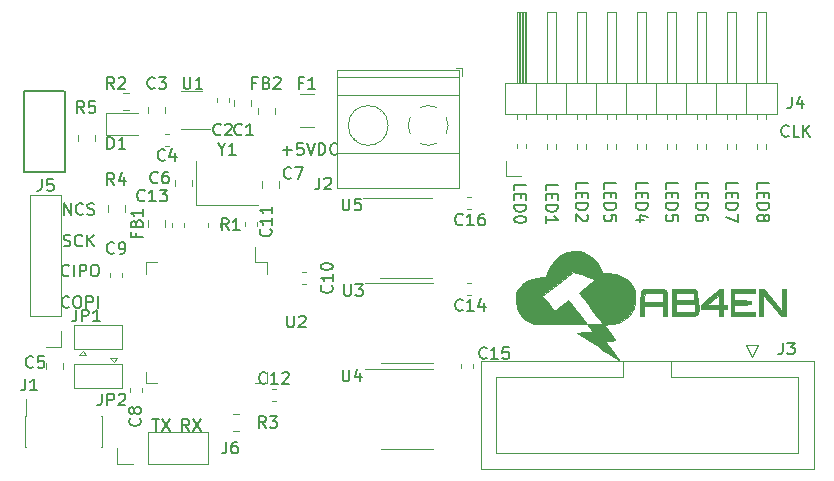
<source format=gbr>
%TF.GenerationSoftware,KiCad,Pcbnew,5.1.6-c6e7f7d~87~ubuntu20.04.1*%
%TF.CreationDate,2020-11-01T20:39:10-05:00*%
%TF.ProjectId,STM32 Driver v1,53544d33-3220-4447-9269-766572207631,rev?*%
%TF.SameCoordinates,Original*%
%TF.FileFunction,Legend,Top*%
%TF.FilePolarity,Positive*%
%FSLAX46Y46*%
G04 Gerber Fmt 4.6, Leading zero omitted, Abs format (unit mm)*
G04 Created by KiCad (PCBNEW 5.1.6-c6e7f7d~87~ubuntu20.04.1) date 2020-11-01 20:39:10*
%MOMM*%
%LPD*%
G01*
G04 APERTURE LIST*
%ADD10C,0.150000*%
%ADD11C,0.120000*%
%ADD12C,0.010000*%
G04 APERTURE END LIST*
D10*
X156043333Y-132024380D02*
X155710000Y-131548190D01*
X155471904Y-132024380D02*
X155471904Y-131024380D01*
X155852857Y-131024380D01*
X155948095Y-131072000D01*
X155995714Y-131119619D01*
X156043333Y-131214857D01*
X156043333Y-131357714D01*
X155995714Y-131452952D01*
X155948095Y-131500571D01*
X155852857Y-131548190D01*
X155471904Y-131548190D01*
X156376666Y-131024380D02*
X157043333Y-132024380D01*
X157043333Y-131024380D02*
X156376666Y-132024380D01*
X152908095Y-131024380D02*
X153479523Y-131024380D01*
X153193809Y-132024380D02*
X153193809Y-131024380D01*
X153717619Y-131024380D02*
X154384285Y-132024380D01*
X154384285Y-131024380D02*
X153717619Y-132024380D01*
X145423095Y-113736380D02*
X145423095Y-112736380D01*
X145994523Y-113736380D01*
X145994523Y-112736380D01*
X147042142Y-113641142D02*
X146994523Y-113688761D01*
X146851666Y-113736380D01*
X146756428Y-113736380D01*
X146613571Y-113688761D01*
X146518333Y-113593523D01*
X146470714Y-113498285D01*
X146423095Y-113307809D01*
X146423095Y-113164952D01*
X146470714Y-112974476D01*
X146518333Y-112879238D01*
X146613571Y-112784000D01*
X146756428Y-112736380D01*
X146851666Y-112736380D01*
X146994523Y-112784000D01*
X147042142Y-112831619D01*
X147423095Y-113688761D02*
X147565952Y-113736380D01*
X147804047Y-113736380D01*
X147899285Y-113688761D01*
X147946904Y-113641142D01*
X147994523Y-113545904D01*
X147994523Y-113450666D01*
X147946904Y-113355428D01*
X147899285Y-113307809D01*
X147804047Y-113260190D01*
X147613571Y-113212571D01*
X147518333Y-113164952D01*
X147470714Y-113117333D01*
X147423095Y-113022095D01*
X147423095Y-112926857D01*
X147470714Y-112831619D01*
X147518333Y-112784000D01*
X147613571Y-112736380D01*
X147851666Y-112736380D01*
X147994523Y-112784000D01*
X145399285Y-116355761D02*
X145542142Y-116403380D01*
X145780238Y-116403380D01*
X145875476Y-116355761D01*
X145923095Y-116308142D01*
X145970714Y-116212904D01*
X145970714Y-116117666D01*
X145923095Y-116022428D01*
X145875476Y-115974809D01*
X145780238Y-115927190D01*
X145589761Y-115879571D01*
X145494523Y-115831952D01*
X145446904Y-115784333D01*
X145399285Y-115689095D01*
X145399285Y-115593857D01*
X145446904Y-115498619D01*
X145494523Y-115451000D01*
X145589761Y-115403380D01*
X145827857Y-115403380D01*
X145970714Y-115451000D01*
X146970714Y-116308142D02*
X146923095Y-116355761D01*
X146780238Y-116403380D01*
X146685000Y-116403380D01*
X146542142Y-116355761D01*
X146446904Y-116260523D01*
X146399285Y-116165285D01*
X146351666Y-115974809D01*
X146351666Y-115831952D01*
X146399285Y-115641476D01*
X146446904Y-115546238D01*
X146542142Y-115451000D01*
X146685000Y-115403380D01*
X146780238Y-115403380D01*
X146923095Y-115451000D01*
X146970714Y-115498619D01*
X147399285Y-116403380D02*
X147399285Y-115403380D01*
X147970714Y-116403380D02*
X147542142Y-115831952D01*
X147970714Y-115403380D02*
X147399285Y-115974809D01*
X145859619Y-118848142D02*
X145812000Y-118895761D01*
X145669142Y-118943380D01*
X145573904Y-118943380D01*
X145431047Y-118895761D01*
X145335809Y-118800523D01*
X145288190Y-118705285D01*
X145240571Y-118514809D01*
X145240571Y-118371952D01*
X145288190Y-118181476D01*
X145335809Y-118086238D01*
X145431047Y-117991000D01*
X145573904Y-117943380D01*
X145669142Y-117943380D01*
X145812000Y-117991000D01*
X145859619Y-118038619D01*
X146288190Y-118943380D02*
X146288190Y-117943380D01*
X146764380Y-118943380D02*
X146764380Y-117943380D01*
X147145333Y-117943380D01*
X147240571Y-117991000D01*
X147288190Y-118038619D01*
X147335809Y-118133857D01*
X147335809Y-118276714D01*
X147288190Y-118371952D01*
X147240571Y-118419571D01*
X147145333Y-118467190D01*
X146764380Y-118467190D01*
X147954857Y-117943380D02*
X148145333Y-117943380D01*
X148240571Y-117991000D01*
X148335809Y-118086238D01*
X148383428Y-118276714D01*
X148383428Y-118610047D01*
X148335809Y-118800523D01*
X148240571Y-118895761D01*
X148145333Y-118943380D01*
X147954857Y-118943380D01*
X147859619Y-118895761D01*
X147764380Y-118800523D01*
X147716761Y-118610047D01*
X147716761Y-118276714D01*
X147764380Y-118086238D01*
X147859619Y-117991000D01*
X147954857Y-117943380D01*
X145859619Y-121515142D02*
X145812000Y-121562761D01*
X145669142Y-121610380D01*
X145573904Y-121610380D01*
X145431047Y-121562761D01*
X145335809Y-121467523D01*
X145288190Y-121372285D01*
X145240571Y-121181809D01*
X145240571Y-121038952D01*
X145288190Y-120848476D01*
X145335809Y-120753238D01*
X145431047Y-120658000D01*
X145573904Y-120610380D01*
X145669142Y-120610380D01*
X145812000Y-120658000D01*
X145859619Y-120705619D01*
X146478666Y-120610380D02*
X146669142Y-120610380D01*
X146764380Y-120658000D01*
X146859619Y-120753238D01*
X146907238Y-120943714D01*
X146907238Y-121277047D01*
X146859619Y-121467523D01*
X146764380Y-121562761D01*
X146669142Y-121610380D01*
X146478666Y-121610380D01*
X146383428Y-121562761D01*
X146288190Y-121467523D01*
X146240571Y-121277047D01*
X146240571Y-120943714D01*
X146288190Y-120753238D01*
X146383428Y-120658000D01*
X146478666Y-120610380D01*
X147335809Y-121610380D02*
X147335809Y-120610380D01*
X147716761Y-120610380D01*
X147812000Y-120658000D01*
X147859619Y-120705619D01*
X147907238Y-120800857D01*
X147907238Y-120943714D01*
X147859619Y-121038952D01*
X147812000Y-121086571D01*
X147716761Y-121134190D01*
X147335809Y-121134190D01*
X148335809Y-121610380D02*
X148335809Y-120610380D01*
X163957285Y-108275428D02*
X164719190Y-108275428D01*
X164338238Y-108656380D02*
X164338238Y-107894476D01*
X165671571Y-107656380D02*
X165195380Y-107656380D01*
X165147761Y-108132571D01*
X165195380Y-108084952D01*
X165290619Y-108037333D01*
X165528714Y-108037333D01*
X165623952Y-108084952D01*
X165671571Y-108132571D01*
X165719190Y-108227809D01*
X165719190Y-108465904D01*
X165671571Y-108561142D01*
X165623952Y-108608761D01*
X165528714Y-108656380D01*
X165290619Y-108656380D01*
X165195380Y-108608761D01*
X165147761Y-108561142D01*
X166004904Y-107656380D02*
X166338238Y-108656380D01*
X166671571Y-107656380D01*
X167004904Y-108656380D02*
X167004904Y-107656380D01*
X167243000Y-107656380D01*
X167385857Y-107704000D01*
X167481095Y-107799238D01*
X167528714Y-107894476D01*
X167576333Y-108084952D01*
X167576333Y-108227809D01*
X167528714Y-108418285D01*
X167481095Y-108513523D01*
X167385857Y-108608761D01*
X167243000Y-108656380D01*
X167004904Y-108656380D01*
X168576333Y-108561142D02*
X168528714Y-108608761D01*
X168385857Y-108656380D01*
X168290619Y-108656380D01*
X168147761Y-108608761D01*
X168052523Y-108513523D01*
X168004904Y-108418285D01*
X167957285Y-108227809D01*
X167957285Y-108084952D01*
X168004904Y-107894476D01*
X168052523Y-107799238D01*
X168147761Y-107704000D01*
X168290619Y-107656380D01*
X168385857Y-107656380D01*
X168528714Y-107704000D01*
X168576333Y-107751619D01*
X204144619Y-111529952D02*
X204144619Y-111053761D01*
X205144619Y-111053761D01*
X204668428Y-111863285D02*
X204668428Y-112196619D01*
X204144619Y-112339476D02*
X204144619Y-111863285D01*
X205144619Y-111863285D01*
X205144619Y-112339476D01*
X204144619Y-112768047D02*
X205144619Y-112768047D01*
X205144619Y-113006142D01*
X205097000Y-113149000D01*
X205001761Y-113244238D01*
X204906523Y-113291857D01*
X204716047Y-113339476D01*
X204573190Y-113339476D01*
X204382714Y-113291857D01*
X204287476Y-113244238D01*
X204192238Y-113149000D01*
X204144619Y-113006142D01*
X204144619Y-112768047D01*
X204716047Y-113910904D02*
X204763666Y-113815666D01*
X204811285Y-113768047D01*
X204906523Y-113720428D01*
X204954142Y-113720428D01*
X205049380Y-113768047D01*
X205097000Y-113815666D01*
X205144619Y-113910904D01*
X205144619Y-114101380D01*
X205097000Y-114196619D01*
X205049380Y-114244238D01*
X204954142Y-114291857D01*
X204906523Y-114291857D01*
X204811285Y-114244238D01*
X204763666Y-114196619D01*
X204716047Y-114101380D01*
X204716047Y-113910904D01*
X204668428Y-113815666D01*
X204620809Y-113768047D01*
X204525571Y-113720428D01*
X204335095Y-113720428D01*
X204239857Y-113768047D01*
X204192238Y-113815666D01*
X204144619Y-113910904D01*
X204144619Y-114101380D01*
X204192238Y-114196619D01*
X204239857Y-114244238D01*
X204335095Y-114291857D01*
X204525571Y-114291857D01*
X204620809Y-114244238D01*
X204668428Y-114196619D01*
X204716047Y-114101380D01*
X201477619Y-111529952D02*
X201477619Y-111053761D01*
X202477619Y-111053761D01*
X202001428Y-111863285D02*
X202001428Y-112196619D01*
X201477619Y-112339476D02*
X201477619Y-111863285D01*
X202477619Y-111863285D01*
X202477619Y-112339476D01*
X201477619Y-112768047D02*
X202477619Y-112768047D01*
X202477619Y-113006142D01*
X202430000Y-113149000D01*
X202334761Y-113244238D01*
X202239523Y-113291857D01*
X202049047Y-113339476D01*
X201906190Y-113339476D01*
X201715714Y-113291857D01*
X201620476Y-113244238D01*
X201525238Y-113149000D01*
X201477619Y-113006142D01*
X201477619Y-112768047D01*
X202477619Y-113672809D02*
X202477619Y-114339476D01*
X201477619Y-113910904D01*
X198937619Y-111529952D02*
X198937619Y-111053761D01*
X199937619Y-111053761D01*
X199461428Y-111863285D02*
X199461428Y-112196619D01*
X198937619Y-112339476D02*
X198937619Y-111863285D01*
X199937619Y-111863285D01*
X199937619Y-112339476D01*
X198937619Y-112768047D02*
X199937619Y-112768047D01*
X199937619Y-113006142D01*
X199890000Y-113149000D01*
X199794761Y-113244238D01*
X199699523Y-113291857D01*
X199509047Y-113339476D01*
X199366190Y-113339476D01*
X199175714Y-113291857D01*
X199080476Y-113244238D01*
X198985238Y-113149000D01*
X198937619Y-113006142D01*
X198937619Y-112768047D01*
X199937619Y-114196619D02*
X199937619Y-114006142D01*
X199890000Y-113910904D01*
X199842380Y-113863285D01*
X199699523Y-113768047D01*
X199509047Y-113720428D01*
X199128095Y-113720428D01*
X199032857Y-113768047D01*
X198985238Y-113815666D01*
X198937619Y-113910904D01*
X198937619Y-114101380D01*
X198985238Y-114196619D01*
X199032857Y-114244238D01*
X199128095Y-114291857D01*
X199366190Y-114291857D01*
X199461428Y-114244238D01*
X199509047Y-114196619D01*
X199556666Y-114101380D01*
X199556666Y-113910904D01*
X199509047Y-113815666D01*
X199461428Y-113768047D01*
X199366190Y-113720428D01*
X196397619Y-111529952D02*
X196397619Y-111053761D01*
X197397619Y-111053761D01*
X196921428Y-111863285D02*
X196921428Y-112196619D01*
X196397619Y-112339476D02*
X196397619Y-111863285D01*
X197397619Y-111863285D01*
X197397619Y-112339476D01*
X196397619Y-112768047D02*
X197397619Y-112768047D01*
X197397619Y-113006142D01*
X197350000Y-113149000D01*
X197254761Y-113244238D01*
X197159523Y-113291857D01*
X196969047Y-113339476D01*
X196826190Y-113339476D01*
X196635714Y-113291857D01*
X196540476Y-113244238D01*
X196445238Y-113149000D01*
X196397619Y-113006142D01*
X196397619Y-112768047D01*
X197397619Y-114244238D02*
X197397619Y-113768047D01*
X196921428Y-113720428D01*
X196969047Y-113768047D01*
X197016666Y-113863285D01*
X197016666Y-114101380D01*
X196969047Y-114196619D01*
X196921428Y-114244238D01*
X196826190Y-114291857D01*
X196588095Y-114291857D01*
X196492857Y-114244238D01*
X196445238Y-114196619D01*
X196397619Y-114101380D01*
X196397619Y-113863285D01*
X196445238Y-113768047D01*
X196492857Y-113720428D01*
X193857619Y-111529952D02*
X193857619Y-111053761D01*
X194857619Y-111053761D01*
X194381428Y-111863285D02*
X194381428Y-112196619D01*
X193857619Y-112339476D02*
X193857619Y-111863285D01*
X194857619Y-111863285D01*
X194857619Y-112339476D01*
X193857619Y-112768047D02*
X194857619Y-112768047D01*
X194857619Y-113006142D01*
X194810000Y-113149000D01*
X194714761Y-113244238D01*
X194619523Y-113291857D01*
X194429047Y-113339476D01*
X194286190Y-113339476D01*
X194095714Y-113291857D01*
X194000476Y-113244238D01*
X193905238Y-113149000D01*
X193857619Y-113006142D01*
X193857619Y-112768047D01*
X194524285Y-114196619D02*
X193857619Y-114196619D01*
X194905238Y-113958523D02*
X194190952Y-113720428D01*
X194190952Y-114339476D01*
X191190619Y-111529952D02*
X191190619Y-111053761D01*
X192190619Y-111053761D01*
X191714428Y-111863285D02*
X191714428Y-112196619D01*
X191190619Y-112339476D02*
X191190619Y-111863285D01*
X192190619Y-111863285D01*
X192190619Y-112339476D01*
X191190619Y-112768047D02*
X192190619Y-112768047D01*
X192190619Y-113006142D01*
X192143000Y-113149000D01*
X192047761Y-113244238D01*
X191952523Y-113291857D01*
X191762047Y-113339476D01*
X191619190Y-113339476D01*
X191428714Y-113291857D01*
X191333476Y-113244238D01*
X191238238Y-113149000D01*
X191190619Y-113006142D01*
X191190619Y-112768047D01*
X192190619Y-114244238D02*
X192190619Y-113768047D01*
X191714428Y-113720428D01*
X191762047Y-113768047D01*
X191809666Y-113863285D01*
X191809666Y-114101380D01*
X191762047Y-114196619D01*
X191714428Y-114244238D01*
X191619190Y-114291857D01*
X191381095Y-114291857D01*
X191285857Y-114244238D01*
X191238238Y-114196619D01*
X191190619Y-114101380D01*
X191190619Y-113863285D01*
X191238238Y-113768047D01*
X191285857Y-113720428D01*
X188777619Y-111529952D02*
X188777619Y-111053761D01*
X189777619Y-111053761D01*
X189301428Y-111863285D02*
X189301428Y-112196619D01*
X188777619Y-112339476D02*
X188777619Y-111863285D01*
X189777619Y-111863285D01*
X189777619Y-112339476D01*
X188777619Y-112768047D02*
X189777619Y-112768047D01*
X189777619Y-113006142D01*
X189730000Y-113149000D01*
X189634761Y-113244238D01*
X189539523Y-113291857D01*
X189349047Y-113339476D01*
X189206190Y-113339476D01*
X189015714Y-113291857D01*
X188920476Y-113244238D01*
X188825238Y-113149000D01*
X188777619Y-113006142D01*
X188777619Y-112768047D01*
X189682380Y-113720428D02*
X189730000Y-113768047D01*
X189777619Y-113863285D01*
X189777619Y-114101380D01*
X189730000Y-114196619D01*
X189682380Y-114244238D01*
X189587142Y-114291857D01*
X189491904Y-114291857D01*
X189349047Y-114244238D01*
X188777619Y-113672809D01*
X188777619Y-114291857D01*
X186237619Y-111656952D02*
X186237619Y-111180761D01*
X187237619Y-111180761D01*
X186761428Y-111990285D02*
X186761428Y-112323619D01*
X186237619Y-112466476D02*
X186237619Y-111990285D01*
X187237619Y-111990285D01*
X187237619Y-112466476D01*
X186237619Y-112895047D02*
X187237619Y-112895047D01*
X187237619Y-113133142D01*
X187190000Y-113276000D01*
X187094761Y-113371238D01*
X186999523Y-113418857D01*
X186809047Y-113466476D01*
X186666190Y-113466476D01*
X186475714Y-113418857D01*
X186380476Y-113371238D01*
X186285238Y-113276000D01*
X186237619Y-113133142D01*
X186237619Y-112895047D01*
X186237619Y-114418857D02*
X186237619Y-113847428D01*
X186237619Y-114133142D02*
X187237619Y-114133142D01*
X187094761Y-114037904D01*
X186999523Y-113942666D01*
X186951904Y-113847428D01*
X183570619Y-111656952D02*
X183570619Y-111180761D01*
X184570619Y-111180761D01*
X184094428Y-111990285D02*
X184094428Y-112323619D01*
X183570619Y-112466476D02*
X183570619Y-111990285D01*
X184570619Y-111990285D01*
X184570619Y-112466476D01*
X183570619Y-112895047D02*
X184570619Y-112895047D01*
X184570619Y-113133142D01*
X184523000Y-113276000D01*
X184427761Y-113371238D01*
X184332523Y-113418857D01*
X184142047Y-113466476D01*
X183999190Y-113466476D01*
X183808714Y-113418857D01*
X183713476Y-113371238D01*
X183618238Y-113276000D01*
X183570619Y-113133142D01*
X183570619Y-112895047D01*
X184570619Y-114085523D02*
X184570619Y-114180761D01*
X184523000Y-114276000D01*
X184475380Y-114323619D01*
X184380142Y-114371238D01*
X184189666Y-114418857D01*
X183951571Y-114418857D01*
X183761095Y-114371238D01*
X183665857Y-114323619D01*
X183618238Y-114276000D01*
X183570619Y-114180761D01*
X183570619Y-114085523D01*
X183618238Y-113990285D01*
X183665857Y-113942666D01*
X183761095Y-113895047D01*
X183951571Y-113847428D01*
X184189666Y-113847428D01*
X184380142Y-113895047D01*
X184475380Y-113942666D01*
X184523000Y-113990285D01*
X184570619Y-114085523D01*
X206795761Y-107037142D02*
X206748142Y-107084761D01*
X206605285Y-107132380D01*
X206510047Y-107132380D01*
X206367190Y-107084761D01*
X206271952Y-106989523D01*
X206224333Y-106894285D01*
X206176714Y-106703809D01*
X206176714Y-106560952D01*
X206224333Y-106370476D01*
X206271952Y-106275238D01*
X206367190Y-106180000D01*
X206510047Y-106132380D01*
X206605285Y-106132380D01*
X206748142Y-106180000D01*
X206795761Y-106227619D01*
X207700523Y-107132380D02*
X207224333Y-107132380D01*
X207224333Y-106132380D01*
X208033857Y-107132380D02*
X208033857Y-106132380D01*
X208605285Y-107132380D02*
X208176714Y-106560952D01*
X208605285Y-106132380D02*
X208033857Y-106703809D01*
%TO.C,SW1*%
X145514000Y-103280000D02*
X145514000Y-110080000D01*
X145514000Y-110080000D02*
X142014000Y-110080000D01*
X142014000Y-110080000D02*
X142014000Y-103280000D01*
X142014000Y-103280000D02*
X145464000Y-103280000D01*
D11*
%TO.C,R5*%
X148030000Y-107007922D02*
X148030000Y-107525078D01*
X146610000Y-107007922D02*
X146610000Y-107525078D01*
%TO.C,R4*%
X149150000Y-113464078D02*
X149150000Y-112946922D01*
X150570000Y-113464078D02*
X150570000Y-112946922D01*
D12*
%TO.C,G\u002A\u002A\u002A*%
G36*
X204503461Y-120015214D02*
G01*
X204696391Y-120027741D01*
X205438493Y-120918741D01*
X205631387Y-121149176D01*
X205807786Y-121357687D01*
X205960742Y-121536238D01*
X206083305Y-121676791D01*
X206168527Y-121771310D01*
X206209458Y-121811758D01*
X206211421Y-121812673D01*
X206220372Y-121774408D01*
X206228302Y-121665625D01*
X206234811Y-121498004D01*
X206239499Y-121283226D01*
X206241966Y-121032971D01*
X206242246Y-120911398D01*
X206242246Y-120007191D01*
X206571049Y-120007191D01*
X206571049Y-122308809D01*
X206172205Y-122308809D01*
X205416044Y-121399500D01*
X204659884Y-120490192D01*
X204648822Y-121399500D01*
X204637761Y-122308809D01*
X204310531Y-122308809D01*
X204310531Y-120002688D01*
X204503461Y-120015214D01*
G37*
X204503461Y-120015214D02*
X204696391Y-120027741D01*
X205438493Y-120918741D01*
X205631387Y-121149176D01*
X205807786Y-121357687D01*
X205960742Y-121536238D01*
X206083305Y-121676791D01*
X206168527Y-121771310D01*
X206209458Y-121811758D01*
X206211421Y-121812673D01*
X206220372Y-121774408D01*
X206228302Y-121665625D01*
X206234811Y-121498004D01*
X206239499Y-121283226D01*
X206241966Y-121032971D01*
X206242246Y-120911398D01*
X206242246Y-120007191D01*
X206571049Y-120007191D01*
X206571049Y-122308809D01*
X206172205Y-122308809D01*
X205416044Y-121399500D01*
X204659884Y-120490192D01*
X204648822Y-121399500D01*
X204637761Y-122308809D01*
X204310531Y-122308809D01*
X204310531Y-120002688D01*
X204503461Y-120015214D01*
G36*
X203940628Y-120334358D02*
G01*
X203067246Y-120345451D01*
X202193864Y-120356543D01*
X202193864Y-120973048D01*
X202902845Y-120984294D01*
X203611825Y-120995539D01*
X203611825Y-121320460D01*
X202902845Y-121331705D01*
X202193864Y-121342951D01*
X202193864Y-121959456D01*
X203067246Y-121970548D01*
X203940628Y-121981641D01*
X203940628Y-122308809D01*
X201885612Y-122308809D01*
X201885612Y-120007191D01*
X203940628Y-120007191D01*
X203940628Y-120334358D01*
G37*
X203940628Y-120334358D02*
X203067246Y-120345451D01*
X202193864Y-120356543D01*
X202193864Y-120973048D01*
X202902845Y-120984294D01*
X203611825Y-120995539D01*
X203611825Y-121320460D01*
X202902845Y-121331705D01*
X202193864Y-121342951D01*
X202193864Y-121959456D01*
X203067246Y-121970548D01*
X203940628Y-121981641D01*
X203940628Y-122308809D01*
X201885612Y-122308809D01*
X201885612Y-120007191D01*
X203940628Y-120007191D01*
X203940628Y-120334358D01*
G36*
X201228007Y-121404602D02*
G01*
X201556809Y-121404602D01*
X201556809Y-121733404D01*
X201228007Y-121733404D01*
X201228007Y-122308809D01*
X200899204Y-122308809D01*
X200899204Y-121733404D01*
X199378492Y-121733404D01*
X199378492Y-121380912D01*
X199400997Y-121360536D01*
X199924575Y-121360536D01*
X199945343Y-121390952D01*
X200022673Y-121403585D01*
X200155511Y-121405713D01*
X200342804Y-121404611D01*
X200357382Y-121404602D01*
X200583972Y-121402239D01*
X200739038Y-121394421D01*
X200833146Y-121380050D01*
X200876857Y-121358028D01*
X200881581Y-121350143D01*
X200889632Y-121286656D01*
X200893452Y-121163021D01*
X200892579Y-121001204D01*
X200890566Y-120922860D01*
X200878654Y-120550035D01*
X200428184Y-120915502D01*
X200212172Y-121089820D01*
X200056936Y-121217247D01*
X199961421Y-121305060D01*
X199924575Y-121360536D01*
X199400997Y-121360536D01*
X200137151Y-120694051D01*
X200373024Y-120481102D01*
X200556968Y-120317304D01*
X200697627Y-120196238D01*
X200803643Y-120111486D01*
X200883658Y-120056628D01*
X200946315Y-120025244D01*
X201000256Y-120010916D01*
X201054125Y-120007224D01*
X201061908Y-120007191D01*
X201228007Y-120007191D01*
X201228007Y-121404602D01*
G37*
X201228007Y-121404602D02*
X201556809Y-121404602D01*
X201556809Y-121733404D01*
X201228007Y-121733404D01*
X201228007Y-122308809D01*
X200899204Y-122308809D01*
X200899204Y-121733404D01*
X199378492Y-121733404D01*
X199378492Y-121380912D01*
X199400997Y-121360536D01*
X199924575Y-121360536D01*
X199945343Y-121390952D01*
X200022673Y-121403585D01*
X200155511Y-121405713D01*
X200342804Y-121404611D01*
X200357382Y-121404602D01*
X200583972Y-121402239D01*
X200739038Y-121394421D01*
X200833146Y-121380050D01*
X200876857Y-121358028D01*
X200881581Y-121350143D01*
X200889632Y-121286656D01*
X200893452Y-121163021D01*
X200892579Y-121001204D01*
X200890566Y-120922860D01*
X200878654Y-120550035D01*
X200428184Y-120915502D01*
X200212172Y-121089820D01*
X200056936Y-121217247D01*
X199961421Y-121305060D01*
X199924575Y-121360536D01*
X199400997Y-121360536D01*
X200137151Y-120694051D01*
X200373024Y-120481102D01*
X200556968Y-120317304D01*
X200697627Y-120196238D01*
X200803643Y-120111486D01*
X200883658Y-120056628D01*
X200946315Y-120025244D01*
X201000256Y-120010916D01*
X201054125Y-120007224D01*
X201061908Y-120007191D01*
X201228007Y-120007191D01*
X201228007Y-121404602D01*
G36*
X197877475Y-120015354D02*
G01*
X198842478Y-120027741D01*
X198956359Y-120141748D01*
X199007908Y-120197781D01*
X199041173Y-120254321D01*
X199060363Y-120330517D01*
X199069684Y-120445520D01*
X199073344Y-120618480D01*
X199073900Y-120676670D01*
X199080044Y-120866016D01*
X199093613Y-121030421D01*
X199112393Y-121147883D01*
X199125276Y-121186741D01*
X199150529Y-121279647D01*
X199165957Y-121428431D01*
X199171598Y-121607365D01*
X199167494Y-121790721D01*
X199153682Y-121952769D01*
X199130205Y-122067781D01*
X199123888Y-122083905D01*
X199088187Y-122150537D01*
X199042429Y-122202608D01*
X198976799Y-122241895D01*
X198881481Y-122270174D01*
X198746657Y-122289218D01*
X198562511Y-122300805D01*
X198319228Y-122306708D01*
X198006990Y-122308704D01*
X197880371Y-122308809D01*
X196912473Y-122308809D01*
X196912473Y-121628201D01*
X197241275Y-121628201D01*
X197244937Y-121777580D01*
X197254580Y-121893154D01*
X197268195Y-121951784D01*
X197269554Y-121953484D01*
X197317767Y-121961847D01*
X197434755Y-121968026D01*
X197607110Y-121971731D01*
X197821429Y-121972671D01*
X198060735Y-121970609D01*
X198823638Y-121959456D01*
X198835848Y-121654825D01*
X198837337Y-121474008D01*
X198823387Y-121364140D01*
X198794747Y-121316377D01*
X198737394Y-121305263D01*
X198614696Y-121296193D01*
X198443484Y-121289280D01*
X198240592Y-121284639D01*
X198022851Y-121282384D01*
X197807094Y-121282631D01*
X197610154Y-121285493D01*
X197448863Y-121291085D01*
X197340052Y-121299522D01*
X197306287Y-121306248D01*
X197270792Y-121338454D01*
X197250494Y-121412110D01*
X197242074Y-121543657D01*
X197241275Y-121628201D01*
X196912473Y-121628201D01*
X196912473Y-120954366D01*
X197237636Y-120954366D01*
X197989537Y-120943157D01*
X198741437Y-120931948D01*
X198741437Y-120356543D01*
X197261825Y-120356543D01*
X197249731Y-120655455D01*
X197237636Y-120954366D01*
X196912473Y-120954366D01*
X196912473Y-120002969D01*
X197877475Y-120015354D01*
G37*
X197877475Y-120015354D02*
X198842478Y-120027741D01*
X198956359Y-120141748D01*
X199007908Y-120197781D01*
X199041173Y-120254321D01*
X199060363Y-120330517D01*
X199069684Y-120445520D01*
X199073344Y-120618480D01*
X199073900Y-120676670D01*
X199080044Y-120866016D01*
X199093613Y-121030421D01*
X199112393Y-121147883D01*
X199125276Y-121186741D01*
X199150529Y-121279647D01*
X199165957Y-121428431D01*
X199171598Y-121607365D01*
X199167494Y-121790721D01*
X199153682Y-121952769D01*
X199130205Y-122067781D01*
X199123888Y-122083905D01*
X199088187Y-122150537D01*
X199042429Y-122202608D01*
X198976799Y-122241895D01*
X198881481Y-122270174D01*
X198746657Y-122289218D01*
X198562511Y-122300805D01*
X198319228Y-122306708D01*
X198006990Y-122308704D01*
X197880371Y-122308809D01*
X196912473Y-122308809D01*
X196912473Y-121628201D01*
X197241275Y-121628201D01*
X197244937Y-121777580D01*
X197254580Y-121893154D01*
X197268195Y-121951784D01*
X197269554Y-121953484D01*
X197317767Y-121961847D01*
X197434755Y-121968026D01*
X197607110Y-121971731D01*
X197821429Y-121972671D01*
X198060735Y-121970609D01*
X198823638Y-121959456D01*
X198835848Y-121654825D01*
X198837337Y-121474008D01*
X198823387Y-121364140D01*
X198794747Y-121316377D01*
X198737394Y-121305263D01*
X198614696Y-121296193D01*
X198443484Y-121289280D01*
X198240592Y-121284639D01*
X198022851Y-121282384D01*
X197807094Y-121282631D01*
X197610154Y-121285493D01*
X197448863Y-121291085D01*
X197340052Y-121299522D01*
X197306287Y-121306248D01*
X197270792Y-121338454D01*
X197250494Y-121412110D01*
X197242074Y-121543657D01*
X197241275Y-121628201D01*
X196912473Y-121628201D01*
X196912473Y-120954366D01*
X197237636Y-120954366D01*
X197989537Y-120943157D01*
X198741437Y-120931948D01*
X198741437Y-120356543D01*
X197261825Y-120356543D01*
X197249731Y-120655455D01*
X197237636Y-120954366D01*
X196912473Y-120954366D01*
X196912473Y-120002969D01*
X197877475Y-120015354D01*
G36*
X195912002Y-120015072D02*
G01*
X196099563Y-120024127D01*
X196220509Y-120039462D01*
X196262623Y-120051503D01*
X196332974Y-120083241D01*
X196387956Y-120119828D01*
X196429461Y-120171081D01*
X196459383Y-120246818D01*
X196479613Y-120356855D01*
X196492044Y-120511008D01*
X196498568Y-120719094D01*
X196501078Y-120990931D01*
X196501469Y-121290446D01*
X196501469Y-122308809D01*
X196172667Y-122308809D01*
X196172667Y-121486802D01*
X194569754Y-121486802D01*
X194569754Y-122308809D01*
X194236934Y-122308809D01*
X194249217Y-121282161D01*
X194250702Y-121158000D01*
X194566777Y-121158000D01*
X196175643Y-121158000D01*
X196163880Y-120757271D01*
X196152117Y-120356543D01*
X194590304Y-120356543D01*
X194578541Y-120757271D01*
X194566777Y-121158000D01*
X194250702Y-121158000D01*
X194261502Y-120255514D01*
X194375368Y-120141627D01*
X194489233Y-120027741D01*
X195316518Y-120015014D01*
X195652697Y-120012101D01*
X195912002Y-120015072D01*
G37*
X195912002Y-120015072D02*
X196099563Y-120024127D01*
X196220509Y-120039462D01*
X196262623Y-120051503D01*
X196332974Y-120083241D01*
X196387956Y-120119828D01*
X196429461Y-120171081D01*
X196459383Y-120246818D01*
X196479613Y-120356855D01*
X196492044Y-120511008D01*
X196498568Y-120719094D01*
X196501078Y-120990931D01*
X196501469Y-121290446D01*
X196501469Y-122308809D01*
X196172667Y-122308809D01*
X196172667Y-121486802D01*
X194569754Y-121486802D01*
X194569754Y-122308809D01*
X194236934Y-122308809D01*
X194249217Y-121282161D01*
X194250702Y-121158000D01*
X194566777Y-121158000D01*
X196175643Y-121158000D01*
X196163880Y-120757271D01*
X196152117Y-120356543D01*
X194590304Y-120356543D01*
X194578541Y-120757271D01*
X194566777Y-121158000D01*
X194250702Y-121158000D01*
X194261502Y-120255514D01*
X194375368Y-120141627D01*
X194489233Y-120027741D01*
X195316518Y-120015014D01*
X195652697Y-120012101D01*
X195912002Y-120015072D01*
G36*
X189074298Y-116838258D02*
G01*
X189405687Y-116894286D01*
X189584720Y-116949229D01*
X189995325Y-117193609D01*
X190387310Y-117551859D01*
X190709328Y-117971710D01*
X190850218Y-118237476D01*
X191050333Y-118699777D01*
X191516000Y-118701694D01*
X192147409Y-118770976D01*
X192710288Y-118964902D01*
X193180635Y-119270715D01*
X193534451Y-119675658D01*
X193616001Y-119817916D01*
X193754153Y-120218937D01*
X193820230Y-120697057D01*
X193811066Y-121181536D01*
X193723495Y-121601635D01*
X193698721Y-121666000D01*
X193394386Y-122179510D01*
X192970022Y-122582759D01*
X192444002Y-122863050D01*
X191834699Y-123007686D01*
X191744731Y-123016313D01*
X191156717Y-123063000D01*
X191632692Y-123670653D01*
X191842043Y-123942443D01*
X192004456Y-124161903D01*
X192096432Y-124296854D01*
X192108666Y-124322395D01*
X192032537Y-124352286D01*
X191838056Y-124380100D01*
X191689047Y-124392076D01*
X191269428Y-124417667D01*
X191865716Y-125207609D01*
X192096536Y-125518555D01*
X192280739Y-125776629D01*
X192399279Y-125954435D01*
X192433502Y-126024312D01*
X192358134Y-125987026D01*
X192160977Y-125868125D01*
X191861225Y-125679785D01*
X191478075Y-125434182D01*
X191030721Y-125143492D01*
X190627000Y-124878410D01*
X188849000Y-123705746D01*
X189549415Y-123680707D01*
X190249831Y-123655667D01*
X189725671Y-123020667D01*
X187509335Y-123018807D01*
X186831396Y-123017383D01*
X186300127Y-123013369D01*
X185892869Y-123005245D01*
X185586965Y-122991491D01*
X185359754Y-122970584D01*
X185188578Y-122941005D01*
X185050777Y-122901233D01*
X184923692Y-122849746D01*
X184912000Y-122844483D01*
X184398408Y-122528403D01*
X184016899Y-122113144D01*
X183775319Y-121614590D01*
X183681519Y-121048625D01*
X183725731Y-120575566D01*
X185923758Y-120575566D01*
X186074045Y-120764732D01*
X186319982Y-121067262D01*
X186562992Y-121354244D01*
X186777673Y-121596998D01*
X186938623Y-121766841D01*
X187020437Y-121835095D01*
X187022281Y-121835334D01*
X187107443Y-121784883D01*
X187286425Y-121651209D01*
X187524084Y-121460824D01*
X187580528Y-121414150D01*
X187825272Y-121214757D01*
X188017643Y-121065743D01*
X188123054Y-120993699D01*
X188131175Y-120990817D01*
X188195821Y-121053248D01*
X188344868Y-121226781D01*
X188559315Y-121488420D01*
X188820158Y-121815172D01*
X188968985Y-122004667D01*
X189762620Y-123020667D01*
X190440765Y-123020667D01*
X190773910Y-123018201D01*
X190965124Y-123005901D01*
X191041792Y-122976409D01*
X191031298Y-122922370D01*
X190992337Y-122872500D01*
X190826335Y-122671055D01*
X190603268Y-122390433D01*
X190342458Y-122056065D01*
X190063230Y-121693383D01*
X189784906Y-121327817D01*
X189526811Y-120984798D01*
X189308267Y-120689758D01*
X189148600Y-120468127D01*
X189067131Y-120345337D01*
X189060666Y-120330304D01*
X189124718Y-120253109D01*
X189297234Y-120102437D01*
X189548753Y-119903048D01*
X189738000Y-119761000D01*
X190024246Y-119545769D01*
X190250633Y-119366656D01*
X190387847Y-119247369D01*
X190415333Y-119213200D01*
X190339970Y-119168778D01*
X190135127Y-119085201D01*
X189832671Y-118974702D01*
X189488626Y-118857478D01*
X188561920Y-118551319D01*
X187242839Y-119563442D01*
X185923758Y-120575566D01*
X183725731Y-120575566D01*
X183736106Y-120464560D01*
X183822540Y-120165111D01*
X183962334Y-119919973D01*
X184196953Y-119658757D01*
X184229802Y-119626535D01*
X184615231Y-119321737D01*
X185042066Y-119135013D01*
X185554227Y-119050384D01*
X185838492Y-119041334D01*
X186130956Y-119021221D01*
X186259829Y-118960732D01*
X186266733Y-118935500D01*
X186313347Y-118746222D01*
X186435605Y-118468516D01*
X186607380Y-118149294D01*
X186802544Y-117835464D01*
X186994968Y-117573937D01*
X187074833Y-117484660D01*
X187540368Y-117113199D01*
X188067010Y-116893201D01*
X188674964Y-116816456D01*
X188720024Y-116816234D01*
X189074298Y-116838258D01*
G37*
X189074298Y-116838258D02*
X189405687Y-116894286D01*
X189584720Y-116949229D01*
X189995325Y-117193609D01*
X190387310Y-117551859D01*
X190709328Y-117971710D01*
X190850218Y-118237476D01*
X191050333Y-118699777D01*
X191516000Y-118701694D01*
X192147409Y-118770976D01*
X192710288Y-118964902D01*
X193180635Y-119270715D01*
X193534451Y-119675658D01*
X193616001Y-119817916D01*
X193754153Y-120218937D01*
X193820230Y-120697057D01*
X193811066Y-121181536D01*
X193723495Y-121601635D01*
X193698721Y-121666000D01*
X193394386Y-122179510D01*
X192970022Y-122582759D01*
X192444002Y-122863050D01*
X191834699Y-123007686D01*
X191744731Y-123016313D01*
X191156717Y-123063000D01*
X191632692Y-123670653D01*
X191842043Y-123942443D01*
X192004456Y-124161903D01*
X192096432Y-124296854D01*
X192108666Y-124322395D01*
X192032537Y-124352286D01*
X191838056Y-124380100D01*
X191689047Y-124392076D01*
X191269428Y-124417667D01*
X191865716Y-125207609D01*
X192096536Y-125518555D01*
X192280739Y-125776629D01*
X192399279Y-125954435D01*
X192433502Y-126024312D01*
X192358134Y-125987026D01*
X192160977Y-125868125D01*
X191861225Y-125679785D01*
X191478075Y-125434182D01*
X191030721Y-125143492D01*
X190627000Y-124878410D01*
X188849000Y-123705746D01*
X189549415Y-123680707D01*
X190249831Y-123655667D01*
X189725671Y-123020667D01*
X187509335Y-123018807D01*
X186831396Y-123017383D01*
X186300127Y-123013369D01*
X185892869Y-123005245D01*
X185586965Y-122991491D01*
X185359754Y-122970584D01*
X185188578Y-122941005D01*
X185050777Y-122901233D01*
X184923692Y-122849746D01*
X184912000Y-122844483D01*
X184398408Y-122528403D01*
X184016899Y-122113144D01*
X183775319Y-121614590D01*
X183681519Y-121048625D01*
X183725731Y-120575566D01*
X185923758Y-120575566D01*
X186074045Y-120764732D01*
X186319982Y-121067262D01*
X186562992Y-121354244D01*
X186777673Y-121596998D01*
X186938623Y-121766841D01*
X187020437Y-121835095D01*
X187022281Y-121835334D01*
X187107443Y-121784883D01*
X187286425Y-121651209D01*
X187524084Y-121460824D01*
X187580528Y-121414150D01*
X187825272Y-121214757D01*
X188017643Y-121065743D01*
X188123054Y-120993699D01*
X188131175Y-120990817D01*
X188195821Y-121053248D01*
X188344868Y-121226781D01*
X188559315Y-121488420D01*
X188820158Y-121815172D01*
X188968985Y-122004667D01*
X189762620Y-123020667D01*
X190440765Y-123020667D01*
X190773910Y-123018201D01*
X190965124Y-123005901D01*
X191041792Y-122976409D01*
X191031298Y-122922370D01*
X190992337Y-122872500D01*
X190826335Y-122671055D01*
X190603268Y-122390433D01*
X190342458Y-122056065D01*
X190063230Y-121693383D01*
X189784906Y-121327817D01*
X189526811Y-120984798D01*
X189308267Y-120689758D01*
X189148600Y-120468127D01*
X189067131Y-120345337D01*
X189060666Y-120330304D01*
X189124718Y-120253109D01*
X189297234Y-120102437D01*
X189548753Y-119903048D01*
X189738000Y-119761000D01*
X190024246Y-119545769D01*
X190250633Y-119366656D01*
X190387847Y-119247369D01*
X190415333Y-119213200D01*
X190339970Y-119168778D01*
X190135127Y-119085201D01*
X189832671Y-118974702D01*
X189488626Y-118857478D01*
X188561920Y-118551319D01*
X187242839Y-119563442D01*
X185923758Y-120575566D01*
X183725731Y-120575566D01*
X183736106Y-120464560D01*
X183822540Y-120165111D01*
X183962334Y-119919973D01*
X184196953Y-119658757D01*
X184229802Y-119626535D01*
X184615231Y-119321737D01*
X185042066Y-119135013D01*
X185554227Y-119050384D01*
X185838492Y-119041334D01*
X186130956Y-119021221D01*
X186259829Y-118960732D01*
X186266733Y-118935500D01*
X186313347Y-118746222D01*
X186435605Y-118468516D01*
X186607380Y-118149294D01*
X186802544Y-117835464D01*
X186994968Y-117573937D01*
X187074833Y-117484660D01*
X187540368Y-117113199D01*
X188067010Y-116893201D01*
X188674964Y-116816456D01*
X188720024Y-116816234D01*
X189074298Y-116838258D01*
D11*
%TO.C,R3*%
X159749748Y-132028000D02*
X160272252Y-132028000D01*
X159749748Y-130608000D02*
X160272252Y-130608000D01*
%TO.C,C16*%
X179567721Y-112266000D02*
X179893279Y-112266000D01*
X179567721Y-113286000D02*
X179893279Y-113286000D01*
%TO.C,U5*%
X174371000Y-119082000D02*
X176571000Y-119082000D01*
X174371000Y-119082000D02*
X172171000Y-119082000D01*
X174371000Y-112312000D02*
X176571000Y-112312000D01*
X174371000Y-112312000D02*
X170771000Y-112312000D01*
%TO.C,FB2*%
X161850000Y-104721922D02*
X161850000Y-105239078D01*
X163270000Y-104721922D02*
X163270000Y-105239078D01*
%TO.C,J3*%
X203208000Y-124733000D02*
X203708000Y-125733000D01*
X204208000Y-124733000D02*
X203208000Y-124733000D01*
X203708000Y-125733000D02*
X204208000Y-124733000D01*
X192768000Y-127433000D02*
X192768000Y-126123000D01*
X192768000Y-127433000D02*
X192768000Y-127433000D01*
X182018000Y-127433000D02*
X192768000Y-127433000D01*
X182018000Y-133933000D02*
X182018000Y-127433000D01*
X207618000Y-133933000D02*
X182018000Y-133933000D01*
X207618000Y-127433000D02*
X207618000Y-133933000D01*
X196868000Y-127433000D02*
X207618000Y-127433000D01*
X196868000Y-126123000D02*
X196868000Y-127433000D01*
X180718000Y-126123000D02*
X208918000Y-126123000D01*
X180718000Y-135243000D02*
X180718000Y-126123000D01*
X208918000Y-135243000D02*
X180718000Y-135243000D01*
X208918000Y-126123000D02*
X208918000Y-135243000D01*
%TO.C,C1*%
X161238000Y-104525578D02*
X161238000Y-104008422D01*
X159818000Y-104525578D02*
X159818000Y-104008422D01*
%TO.C,C2*%
X159387000Y-104201279D02*
X159387000Y-103875721D01*
X158367000Y-104201279D02*
X158367000Y-103875721D01*
%TO.C,C3*%
X152579000Y-105112078D02*
X152579000Y-104594922D01*
X153999000Y-105112078D02*
X153999000Y-104594922D01*
%TO.C,C4*%
X153989721Y-106932000D02*
X154315279Y-106932000D01*
X153989721Y-107952000D02*
X154315279Y-107952000D01*
%TO.C,C5*%
X145363000Y-126281922D02*
X145363000Y-126799078D01*
X143943000Y-126281922D02*
X143943000Y-126799078D01*
%TO.C,C6*%
X156285000Y-110817922D02*
X156285000Y-111335078D01*
X154865000Y-110817922D02*
X154865000Y-111335078D01*
%TO.C,C7*%
X163651000Y-111432078D02*
X163651000Y-110914922D01*
X162231000Y-111432078D02*
X162231000Y-110914922D01*
%TO.C,C8*%
X151001000Y-128386721D02*
X151001000Y-128712279D01*
X152021000Y-128386721D02*
X152021000Y-128712279D01*
%TO.C,C9*%
X149350000Y-119009279D02*
X149350000Y-118683721D01*
X150370000Y-119009279D02*
X150370000Y-118683721D01*
%TO.C,C10*%
X165572221Y-119636000D02*
X165897779Y-119636000D01*
X165572221Y-118616000D02*
X165897779Y-118616000D01*
%TO.C,C11*%
X160780000Y-114691279D02*
X160780000Y-114365721D01*
X161800000Y-114691279D02*
X161800000Y-114365721D01*
%TO.C,C12*%
X163057721Y-129542000D02*
X163383279Y-129542000D01*
X163057721Y-128522000D02*
X163383279Y-128522000D01*
%TO.C,C13*%
X154557000Y-114742279D02*
X154557000Y-114416721D01*
X155577000Y-114742279D02*
X155577000Y-114416721D01*
%TO.C,C14*%
X179567721Y-120525000D02*
X179893279Y-120525000D01*
X179567721Y-119505000D02*
X179893279Y-119505000D01*
%TO.C,C15*%
X179068000Y-126680279D02*
X179068000Y-126354721D01*
X180088000Y-126680279D02*
X180088000Y-126354721D01*
%TO.C,D1*%
X151700500Y-105085000D02*
X149015500Y-105085000D01*
X149015500Y-105085000D02*
X149015500Y-107005000D01*
X149015500Y-107005000D02*
X151700500Y-107005000D01*
%TO.C,F1*%
X165389936Y-103542000D02*
X166594064Y-103542000D01*
X165389936Y-106262000D02*
X166594064Y-106262000D01*
%TO.C,FB1*%
X152579000Y-114734078D02*
X152579000Y-114216922D01*
X153999000Y-114734078D02*
X153999000Y-114216922D01*
%TO.C,J1*%
X142240000Y-130750000D02*
X142240000Y-129290000D01*
X148590000Y-133410000D02*
X148650000Y-133410000D01*
X142180000Y-133410000D02*
X142240000Y-133410000D01*
X148650000Y-133410000D02*
X148650000Y-130750000D01*
X148590000Y-130750000D02*
X148650000Y-130750000D01*
X142180000Y-130750000D02*
X142240000Y-130750000D01*
X142180000Y-133410000D02*
X142180000Y-130750000D01*
%TO.C,J2*%
X172876000Y-106172000D02*
G75*
G03*
X172876000Y-106172000I-1680000J0D01*
G01*
X178876000Y-102072000D02*
X168596000Y-102072000D01*
X178876000Y-103572000D02*
X168596000Y-103572000D01*
X178876000Y-108473000D02*
X168596000Y-108473000D01*
X178876000Y-111433000D02*
X168596000Y-111433000D01*
X178876000Y-101512000D02*
X168596000Y-101512000D01*
X178876000Y-111433000D02*
X178876000Y-101512000D01*
X168596000Y-111433000D02*
X168596000Y-101512000D01*
X169921000Y-107241000D02*
X169968000Y-107195000D01*
X172230000Y-104933000D02*
X172265000Y-104898000D01*
X170126000Y-107447000D02*
X170161000Y-107411000D01*
X172423000Y-105149000D02*
X172470000Y-105103000D01*
X179116000Y-102012000D02*
X179116000Y-101272000D01*
X179116000Y-101272000D02*
X178616000Y-101272000D01*
X175592682Y-104637244D02*
G75*
G02*
X176276000Y-104492000I683318J-1534756D01*
G01*
X174740574Y-106855042D02*
G75*
G02*
X174741000Y-105488000I1535426J683042D01*
G01*
X176959042Y-107707426D02*
G75*
G02*
X175592000Y-107707000I-683042J1535426D01*
G01*
X177811426Y-105488958D02*
G75*
G02*
X177811000Y-106856000I-1535426J-683042D01*
G01*
X176247195Y-104491747D02*
G75*
G02*
X176960000Y-104637000I28805J-1680253D01*
G01*
%TO.C,J4*%
X182820000Y-105240000D02*
X205800000Y-105240000D01*
X205800000Y-105240000D02*
X205800000Y-102580000D01*
X205800000Y-102580000D02*
X182820000Y-102580000D01*
X182820000Y-102580000D02*
X182820000Y-105240000D01*
X183770000Y-102580000D02*
X183770000Y-96580000D01*
X183770000Y-96580000D02*
X184530000Y-96580000D01*
X184530000Y-96580000D02*
X184530000Y-102580000D01*
X183830000Y-102580000D02*
X183830000Y-96580000D01*
X183950000Y-102580000D02*
X183950000Y-96580000D01*
X184070000Y-102580000D02*
X184070000Y-96580000D01*
X184190000Y-102580000D02*
X184190000Y-96580000D01*
X184310000Y-102580000D02*
X184310000Y-96580000D01*
X184430000Y-102580000D02*
X184430000Y-96580000D01*
X183770000Y-105637071D02*
X183770000Y-105240000D01*
X184530000Y-105637071D02*
X184530000Y-105240000D01*
X183770000Y-108110000D02*
X183770000Y-107722929D01*
X184530000Y-108110000D02*
X184530000Y-107722929D01*
X185420000Y-105240000D02*
X185420000Y-102580000D01*
X186310000Y-102580000D02*
X186310000Y-96580000D01*
X186310000Y-96580000D02*
X187070000Y-96580000D01*
X187070000Y-96580000D02*
X187070000Y-102580000D01*
X186310000Y-105637071D02*
X186310000Y-105240000D01*
X187070000Y-105637071D02*
X187070000Y-105240000D01*
X186310000Y-108177071D02*
X186310000Y-107722929D01*
X187070000Y-108177071D02*
X187070000Y-107722929D01*
X187960000Y-105240000D02*
X187960000Y-102580000D01*
X188850000Y-102580000D02*
X188850000Y-96580000D01*
X188850000Y-96580000D02*
X189610000Y-96580000D01*
X189610000Y-96580000D02*
X189610000Y-102580000D01*
X188850000Y-105637071D02*
X188850000Y-105240000D01*
X189610000Y-105637071D02*
X189610000Y-105240000D01*
X188850000Y-108177071D02*
X188850000Y-107722929D01*
X189610000Y-108177071D02*
X189610000Y-107722929D01*
X190500000Y-105240000D02*
X190500000Y-102580000D01*
X191390000Y-102580000D02*
X191390000Y-96580000D01*
X191390000Y-96580000D02*
X192150000Y-96580000D01*
X192150000Y-96580000D02*
X192150000Y-102580000D01*
X191390000Y-105637071D02*
X191390000Y-105240000D01*
X192150000Y-105637071D02*
X192150000Y-105240000D01*
X191390000Y-108177071D02*
X191390000Y-107722929D01*
X192150000Y-108177071D02*
X192150000Y-107722929D01*
X193040000Y-105240000D02*
X193040000Y-102580000D01*
X193930000Y-102580000D02*
X193930000Y-96580000D01*
X193930000Y-96580000D02*
X194690000Y-96580000D01*
X194690000Y-96580000D02*
X194690000Y-102580000D01*
X193930000Y-105637071D02*
X193930000Y-105240000D01*
X194690000Y-105637071D02*
X194690000Y-105240000D01*
X193930000Y-108177071D02*
X193930000Y-107722929D01*
X194690000Y-108177071D02*
X194690000Y-107722929D01*
X195580000Y-105240000D02*
X195580000Y-102580000D01*
X196470000Y-102580000D02*
X196470000Y-96580000D01*
X196470000Y-96580000D02*
X197230000Y-96580000D01*
X197230000Y-96580000D02*
X197230000Y-102580000D01*
X196470000Y-105637071D02*
X196470000Y-105240000D01*
X197230000Y-105637071D02*
X197230000Y-105240000D01*
X196470000Y-108177071D02*
X196470000Y-107722929D01*
X197230000Y-108177071D02*
X197230000Y-107722929D01*
X198120000Y-105240000D02*
X198120000Y-102580000D01*
X199010000Y-102580000D02*
X199010000Y-96580000D01*
X199010000Y-96580000D02*
X199770000Y-96580000D01*
X199770000Y-96580000D02*
X199770000Y-102580000D01*
X199010000Y-105637071D02*
X199010000Y-105240000D01*
X199770000Y-105637071D02*
X199770000Y-105240000D01*
X199010000Y-108177071D02*
X199010000Y-107722929D01*
X199770000Y-108177071D02*
X199770000Y-107722929D01*
X200660000Y-105240000D02*
X200660000Y-102580000D01*
X201550000Y-102580000D02*
X201550000Y-96580000D01*
X201550000Y-96580000D02*
X202310000Y-96580000D01*
X202310000Y-96580000D02*
X202310000Y-102580000D01*
X201550000Y-105637071D02*
X201550000Y-105240000D01*
X202310000Y-105637071D02*
X202310000Y-105240000D01*
X201550000Y-108177071D02*
X201550000Y-107722929D01*
X202310000Y-108177071D02*
X202310000Y-107722929D01*
X203200000Y-105240000D02*
X203200000Y-102580000D01*
X204090000Y-102580000D02*
X204090000Y-96580000D01*
X204090000Y-96580000D02*
X204850000Y-96580000D01*
X204850000Y-96580000D02*
X204850000Y-102580000D01*
X204090000Y-105637071D02*
X204090000Y-105240000D01*
X204850000Y-105637071D02*
X204850000Y-105240000D01*
X204090000Y-108177071D02*
X204090000Y-107722929D01*
X204850000Y-108177071D02*
X204850000Y-107722929D01*
X184150000Y-110490000D02*
X182880000Y-110490000D01*
X182880000Y-110490000D02*
X182880000Y-109220000D01*
%TO.C,J5*%
X145221000Y-112081000D02*
X142561000Y-112081000D01*
X145221000Y-122301000D02*
X145221000Y-112081000D01*
X142561000Y-122301000D02*
X142561000Y-112081000D01*
X145221000Y-122301000D02*
X142561000Y-122301000D01*
X145221000Y-123571000D02*
X145221000Y-124901000D01*
X145221000Y-124901000D02*
X143891000Y-124901000D01*
%TO.C,J6*%
X157667000Y-134807000D02*
X157667000Y-132147000D01*
X152527000Y-134807000D02*
X157667000Y-134807000D01*
X152527000Y-132147000D02*
X157667000Y-132147000D01*
X152527000Y-134807000D02*
X152527000Y-132147000D01*
X151257000Y-134807000D02*
X149927000Y-134807000D01*
X149927000Y-134807000D02*
X149927000Y-133477000D01*
%TO.C,JP1*%
X147036000Y-125279000D02*
X147336000Y-125579000D01*
X146736000Y-125579000D02*
X147336000Y-125579000D01*
X147036000Y-125279000D02*
X146736000Y-125579000D01*
X146286000Y-125079000D02*
X146286000Y-123079000D01*
X150386000Y-125079000D02*
X146286000Y-125079000D01*
X150386000Y-123079000D02*
X150386000Y-125079000D01*
X146286000Y-123079000D02*
X150386000Y-123079000D01*
%TO.C,JP2*%
X150386000Y-128381000D02*
X146286000Y-128381000D01*
X146286000Y-128381000D02*
X146286000Y-126381000D01*
X146286000Y-126381000D02*
X150386000Y-126381000D01*
X150386000Y-126381000D02*
X150386000Y-128381000D01*
X149636000Y-126181000D02*
X149936000Y-125881000D01*
X149936000Y-125881000D02*
X149336000Y-125881000D01*
X149636000Y-126181000D02*
X149336000Y-125881000D01*
%TO.C,R1*%
X158625000Y-114416721D02*
X158625000Y-114742279D01*
X157605000Y-114416721D02*
X157605000Y-114742279D01*
%TO.C,R2*%
X150441922Y-103430000D02*
X150959078Y-103430000D01*
X150441922Y-104850000D02*
X150959078Y-104850000D01*
%TO.C,U1*%
X157110000Y-103292000D02*
X155310000Y-103292000D01*
X155310000Y-106512000D02*
X157760000Y-106512000D01*
%TO.C,U2*%
X152375999Y-127031001D02*
X152375999Y-127981001D01*
X152375999Y-127981001D02*
X153325999Y-127981001D01*
X152375999Y-118711001D02*
X152375999Y-117761001D01*
X152375999Y-117761001D02*
X153325999Y-117761001D01*
X162595999Y-127031001D02*
X162595999Y-127981001D01*
X162595999Y-127981001D02*
X161645999Y-127981001D01*
X162595999Y-118711001D02*
X162595999Y-117761001D01*
X162595999Y-117761001D02*
X161645999Y-117761001D01*
X161645999Y-117761001D02*
X161645999Y-116421001D01*
%TO.C,U3*%
X174498000Y-119551000D02*
X170898000Y-119551000D01*
X174498000Y-119551000D02*
X176698000Y-119551000D01*
X174498000Y-126321000D02*
X172298000Y-126321000D01*
X174498000Y-126321000D02*
X176698000Y-126321000D01*
%TO.C,U4*%
X174498000Y-133560000D02*
X176698000Y-133560000D01*
X174498000Y-133560000D02*
X172298000Y-133560000D01*
X174498000Y-126790000D02*
X176698000Y-126790000D01*
X174498000Y-126790000D02*
X170898000Y-126790000D01*
%TO.C,Y1*%
X156607000Y-109164000D02*
X156607000Y-112864000D01*
X156607000Y-112864000D02*
X161907000Y-112864000D01*
%TO.C,R5*%
D10*
X147153333Y-105100380D02*
X146820000Y-104624190D01*
X146581904Y-105100380D02*
X146581904Y-104100380D01*
X146962857Y-104100380D01*
X147058095Y-104148000D01*
X147105714Y-104195619D01*
X147153333Y-104290857D01*
X147153333Y-104433714D01*
X147105714Y-104528952D01*
X147058095Y-104576571D01*
X146962857Y-104624190D01*
X146581904Y-104624190D01*
X148058095Y-104100380D02*
X147581904Y-104100380D01*
X147534285Y-104576571D01*
X147581904Y-104528952D01*
X147677142Y-104481333D01*
X147915238Y-104481333D01*
X148010476Y-104528952D01*
X148058095Y-104576571D01*
X148105714Y-104671809D01*
X148105714Y-104909904D01*
X148058095Y-105005142D01*
X148010476Y-105052761D01*
X147915238Y-105100380D01*
X147677142Y-105100380D01*
X147581904Y-105052761D01*
X147534285Y-105005142D01*
%TO.C,R4*%
X149693333Y-111196380D02*
X149360000Y-110720190D01*
X149121904Y-111196380D02*
X149121904Y-110196380D01*
X149502857Y-110196380D01*
X149598095Y-110244000D01*
X149645714Y-110291619D01*
X149693333Y-110386857D01*
X149693333Y-110529714D01*
X149645714Y-110624952D01*
X149598095Y-110672571D01*
X149502857Y-110720190D01*
X149121904Y-110720190D01*
X150550476Y-110529714D02*
X150550476Y-111196380D01*
X150312380Y-110148761D02*
X150074285Y-110863047D01*
X150693333Y-110863047D01*
%TO.C,R3*%
X162520333Y-131770380D02*
X162187000Y-131294190D01*
X161948904Y-131770380D02*
X161948904Y-130770380D01*
X162329857Y-130770380D01*
X162425095Y-130818000D01*
X162472714Y-130865619D01*
X162520333Y-130960857D01*
X162520333Y-131103714D01*
X162472714Y-131198952D01*
X162425095Y-131246571D01*
X162329857Y-131294190D01*
X161948904Y-131294190D01*
X162853666Y-130770380D02*
X163472714Y-130770380D01*
X163139380Y-131151333D01*
X163282238Y-131151333D01*
X163377476Y-131198952D01*
X163425095Y-131246571D01*
X163472714Y-131341809D01*
X163472714Y-131579904D01*
X163425095Y-131675142D01*
X163377476Y-131722761D01*
X163282238Y-131770380D01*
X162996523Y-131770380D01*
X162901285Y-131722761D01*
X162853666Y-131675142D01*
%TO.C,C16*%
X179189142Y-114530142D02*
X179141523Y-114577761D01*
X178998666Y-114625380D01*
X178903428Y-114625380D01*
X178760571Y-114577761D01*
X178665333Y-114482523D01*
X178617714Y-114387285D01*
X178570095Y-114196809D01*
X178570095Y-114053952D01*
X178617714Y-113863476D01*
X178665333Y-113768238D01*
X178760571Y-113673000D01*
X178903428Y-113625380D01*
X178998666Y-113625380D01*
X179141523Y-113673000D01*
X179189142Y-113720619D01*
X180141523Y-114625380D02*
X179570095Y-114625380D01*
X179855809Y-114625380D02*
X179855809Y-113625380D01*
X179760571Y-113768238D01*
X179665333Y-113863476D01*
X179570095Y-113911095D01*
X180998666Y-113625380D02*
X180808190Y-113625380D01*
X180712952Y-113673000D01*
X180665333Y-113720619D01*
X180570095Y-113863476D01*
X180522476Y-114053952D01*
X180522476Y-114434904D01*
X180570095Y-114530142D01*
X180617714Y-114577761D01*
X180712952Y-114625380D01*
X180903428Y-114625380D01*
X180998666Y-114577761D01*
X181046285Y-114530142D01*
X181093904Y-114434904D01*
X181093904Y-114196809D01*
X181046285Y-114101571D01*
X180998666Y-114053952D01*
X180903428Y-114006333D01*
X180712952Y-114006333D01*
X180617714Y-114053952D01*
X180570095Y-114101571D01*
X180522476Y-114196809D01*
%TO.C,U5*%
X169037095Y-112355380D02*
X169037095Y-113164904D01*
X169084714Y-113260142D01*
X169132333Y-113307761D01*
X169227571Y-113355380D01*
X169418047Y-113355380D01*
X169513285Y-113307761D01*
X169560904Y-113260142D01*
X169608523Y-113164904D01*
X169608523Y-112355380D01*
X170560904Y-112355380D02*
X170084714Y-112355380D01*
X170037095Y-112831571D01*
X170084714Y-112783952D01*
X170179952Y-112736333D01*
X170418047Y-112736333D01*
X170513285Y-112783952D01*
X170560904Y-112831571D01*
X170608523Y-112926809D01*
X170608523Y-113164904D01*
X170560904Y-113260142D01*
X170513285Y-113307761D01*
X170418047Y-113355380D01*
X170179952Y-113355380D01*
X170084714Y-113307761D01*
X170037095Y-113260142D01*
%TO.C,FB2*%
X161726666Y-102544571D02*
X161393333Y-102544571D01*
X161393333Y-103068380D02*
X161393333Y-102068380D01*
X161869523Y-102068380D01*
X162583809Y-102544571D02*
X162726666Y-102592190D01*
X162774285Y-102639809D01*
X162821904Y-102735047D01*
X162821904Y-102877904D01*
X162774285Y-102973142D01*
X162726666Y-103020761D01*
X162631428Y-103068380D01*
X162250476Y-103068380D01*
X162250476Y-102068380D01*
X162583809Y-102068380D01*
X162679047Y-102116000D01*
X162726666Y-102163619D01*
X162774285Y-102258857D01*
X162774285Y-102354095D01*
X162726666Y-102449333D01*
X162679047Y-102496952D01*
X162583809Y-102544571D01*
X162250476Y-102544571D01*
X163202857Y-102163619D02*
X163250476Y-102116000D01*
X163345714Y-102068380D01*
X163583809Y-102068380D01*
X163679047Y-102116000D01*
X163726666Y-102163619D01*
X163774285Y-102258857D01*
X163774285Y-102354095D01*
X163726666Y-102496952D01*
X163155238Y-103068380D01*
X163774285Y-103068380D01*
%TO.C,J3*%
X206295666Y-124547380D02*
X206295666Y-125261666D01*
X206248047Y-125404523D01*
X206152809Y-125499761D01*
X206009952Y-125547380D01*
X205914714Y-125547380D01*
X206676619Y-124547380D02*
X207295666Y-124547380D01*
X206962333Y-124928333D01*
X207105190Y-124928333D01*
X207200428Y-124975952D01*
X207248047Y-125023571D01*
X207295666Y-125118809D01*
X207295666Y-125356904D01*
X207248047Y-125452142D01*
X207200428Y-125499761D01*
X207105190Y-125547380D01*
X206819476Y-125547380D01*
X206724238Y-125499761D01*
X206676619Y-125452142D01*
%TO.C,C1*%
X160488333Y-106910142D02*
X160440714Y-106957761D01*
X160297857Y-107005380D01*
X160202619Y-107005380D01*
X160059761Y-106957761D01*
X159964523Y-106862523D01*
X159916904Y-106767285D01*
X159869285Y-106576809D01*
X159869285Y-106433952D01*
X159916904Y-106243476D01*
X159964523Y-106148238D01*
X160059761Y-106053000D01*
X160202619Y-106005380D01*
X160297857Y-106005380D01*
X160440714Y-106053000D01*
X160488333Y-106100619D01*
X161440714Y-107005380D02*
X160869285Y-107005380D01*
X161155000Y-107005380D02*
X161155000Y-106005380D01*
X161059761Y-106148238D01*
X160964523Y-106243476D01*
X160869285Y-106291095D01*
%TO.C,C2*%
X158710333Y-106910142D02*
X158662714Y-106957761D01*
X158519857Y-107005380D01*
X158424619Y-107005380D01*
X158281761Y-106957761D01*
X158186523Y-106862523D01*
X158138904Y-106767285D01*
X158091285Y-106576809D01*
X158091285Y-106433952D01*
X158138904Y-106243476D01*
X158186523Y-106148238D01*
X158281761Y-106053000D01*
X158424619Y-106005380D01*
X158519857Y-106005380D01*
X158662714Y-106053000D01*
X158710333Y-106100619D01*
X159091285Y-106100619D02*
X159138904Y-106053000D01*
X159234142Y-106005380D01*
X159472238Y-106005380D01*
X159567476Y-106053000D01*
X159615095Y-106100619D01*
X159662714Y-106195857D01*
X159662714Y-106291095D01*
X159615095Y-106433952D01*
X159043666Y-107005380D01*
X159662714Y-107005380D01*
%TO.C,C3*%
X153122333Y-102973142D02*
X153074714Y-103020761D01*
X152931857Y-103068380D01*
X152836619Y-103068380D01*
X152693761Y-103020761D01*
X152598523Y-102925523D01*
X152550904Y-102830285D01*
X152503285Y-102639809D01*
X152503285Y-102496952D01*
X152550904Y-102306476D01*
X152598523Y-102211238D01*
X152693761Y-102116000D01*
X152836619Y-102068380D01*
X152931857Y-102068380D01*
X153074714Y-102116000D01*
X153122333Y-102163619D01*
X153455666Y-102068380D02*
X154074714Y-102068380D01*
X153741380Y-102449333D01*
X153884238Y-102449333D01*
X153979476Y-102496952D01*
X154027095Y-102544571D01*
X154074714Y-102639809D01*
X154074714Y-102877904D01*
X154027095Y-102973142D01*
X153979476Y-103020761D01*
X153884238Y-103068380D01*
X153598523Y-103068380D01*
X153503285Y-103020761D01*
X153455666Y-102973142D01*
%TO.C,C4*%
X153985833Y-109069142D02*
X153938214Y-109116761D01*
X153795357Y-109164380D01*
X153700119Y-109164380D01*
X153557261Y-109116761D01*
X153462023Y-109021523D01*
X153414404Y-108926285D01*
X153366785Y-108735809D01*
X153366785Y-108592952D01*
X153414404Y-108402476D01*
X153462023Y-108307238D01*
X153557261Y-108212000D01*
X153700119Y-108164380D01*
X153795357Y-108164380D01*
X153938214Y-108212000D01*
X153985833Y-108259619D01*
X154842976Y-108497714D02*
X154842976Y-109164380D01*
X154604880Y-108116761D02*
X154366785Y-108831047D01*
X154985833Y-108831047D01*
%TO.C,C5*%
X142835333Y-126595142D02*
X142787714Y-126642761D01*
X142644857Y-126690380D01*
X142549619Y-126690380D01*
X142406761Y-126642761D01*
X142311523Y-126547523D01*
X142263904Y-126452285D01*
X142216285Y-126261809D01*
X142216285Y-126118952D01*
X142263904Y-125928476D01*
X142311523Y-125833238D01*
X142406761Y-125738000D01*
X142549619Y-125690380D01*
X142644857Y-125690380D01*
X142787714Y-125738000D01*
X142835333Y-125785619D01*
X143740095Y-125690380D02*
X143263904Y-125690380D01*
X143216285Y-126166571D01*
X143263904Y-126118952D01*
X143359142Y-126071333D01*
X143597238Y-126071333D01*
X143692476Y-126118952D01*
X143740095Y-126166571D01*
X143787714Y-126261809D01*
X143787714Y-126499904D01*
X143740095Y-126595142D01*
X143692476Y-126642761D01*
X143597238Y-126690380D01*
X143359142Y-126690380D01*
X143263904Y-126642761D01*
X143216285Y-126595142D01*
%TO.C,C6*%
X153376333Y-110974142D02*
X153328714Y-111021761D01*
X153185857Y-111069380D01*
X153090619Y-111069380D01*
X152947761Y-111021761D01*
X152852523Y-110926523D01*
X152804904Y-110831285D01*
X152757285Y-110640809D01*
X152757285Y-110497952D01*
X152804904Y-110307476D01*
X152852523Y-110212238D01*
X152947761Y-110117000D01*
X153090619Y-110069380D01*
X153185857Y-110069380D01*
X153328714Y-110117000D01*
X153376333Y-110164619D01*
X154233476Y-110069380D02*
X154043000Y-110069380D01*
X153947761Y-110117000D01*
X153900142Y-110164619D01*
X153804904Y-110307476D01*
X153757285Y-110497952D01*
X153757285Y-110878904D01*
X153804904Y-110974142D01*
X153852523Y-111021761D01*
X153947761Y-111069380D01*
X154138238Y-111069380D01*
X154233476Y-111021761D01*
X154281095Y-110974142D01*
X154328714Y-110878904D01*
X154328714Y-110640809D01*
X154281095Y-110545571D01*
X154233476Y-110497952D01*
X154138238Y-110450333D01*
X153947761Y-110450333D01*
X153852523Y-110497952D01*
X153804904Y-110545571D01*
X153757285Y-110640809D01*
%TO.C,C7*%
X164679333Y-110593142D02*
X164631714Y-110640761D01*
X164488857Y-110688380D01*
X164393619Y-110688380D01*
X164250761Y-110640761D01*
X164155523Y-110545523D01*
X164107904Y-110450285D01*
X164060285Y-110259809D01*
X164060285Y-110116952D01*
X164107904Y-109926476D01*
X164155523Y-109831238D01*
X164250761Y-109736000D01*
X164393619Y-109688380D01*
X164488857Y-109688380D01*
X164631714Y-109736000D01*
X164679333Y-109783619D01*
X165012666Y-109688380D02*
X165679333Y-109688380D01*
X165250761Y-110688380D01*
%TO.C,C8*%
X151868142Y-130976666D02*
X151915761Y-131024285D01*
X151963380Y-131167142D01*
X151963380Y-131262380D01*
X151915761Y-131405238D01*
X151820523Y-131500476D01*
X151725285Y-131548095D01*
X151534809Y-131595714D01*
X151391952Y-131595714D01*
X151201476Y-131548095D01*
X151106238Y-131500476D01*
X151011000Y-131405238D01*
X150963380Y-131262380D01*
X150963380Y-131167142D01*
X151011000Y-131024285D01*
X151058619Y-130976666D01*
X151391952Y-130405238D02*
X151344333Y-130500476D01*
X151296714Y-130548095D01*
X151201476Y-130595714D01*
X151153857Y-130595714D01*
X151058619Y-130548095D01*
X151011000Y-130500476D01*
X150963380Y-130405238D01*
X150963380Y-130214761D01*
X151011000Y-130119523D01*
X151058619Y-130071904D01*
X151153857Y-130024285D01*
X151201476Y-130024285D01*
X151296714Y-130071904D01*
X151344333Y-130119523D01*
X151391952Y-130214761D01*
X151391952Y-130405238D01*
X151439571Y-130500476D01*
X151487190Y-130548095D01*
X151582428Y-130595714D01*
X151772904Y-130595714D01*
X151868142Y-130548095D01*
X151915761Y-130500476D01*
X151963380Y-130405238D01*
X151963380Y-130214761D01*
X151915761Y-130119523D01*
X151868142Y-130071904D01*
X151772904Y-130024285D01*
X151582428Y-130024285D01*
X151487190Y-130071904D01*
X151439571Y-130119523D01*
X151391952Y-130214761D01*
%TO.C,C9*%
X149693333Y-116943142D02*
X149645714Y-116990761D01*
X149502857Y-117038380D01*
X149407619Y-117038380D01*
X149264761Y-116990761D01*
X149169523Y-116895523D01*
X149121904Y-116800285D01*
X149074285Y-116609809D01*
X149074285Y-116466952D01*
X149121904Y-116276476D01*
X149169523Y-116181238D01*
X149264761Y-116086000D01*
X149407619Y-116038380D01*
X149502857Y-116038380D01*
X149645714Y-116086000D01*
X149693333Y-116133619D01*
X150169523Y-117038380D02*
X150360000Y-117038380D01*
X150455238Y-116990761D01*
X150502857Y-116943142D01*
X150598095Y-116800285D01*
X150645714Y-116609809D01*
X150645714Y-116228857D01*
X150598095Y-116133619D01*
X150550476Y-116086000D01*
X150455238Y-116038380D01*
X150264761Y-116038380D01*
X150169523Y-116086000D01*
X150121904Y-116133619D01*
X150074285Y-116228857D01*
X150074285Y-116466952D01*
X150121904Y-116562190D01*
X150169523Y-116609809D01*
X150264761Y-116657428D01*
X150455238Y-116657428D01*
X150550476Y-116609809D01*
X150598095Y-116562190D01*
X150645714Y-116466952D01*
%TO.C,C10*%
X168098642Y-119717857D02*
X168146261Y-119765476D01*
X168193880Y-119908333D01*
X168193880Y-120003571D01*
X168146261Y-120146428D01*
X168051023Y-120241666D01*
X167955785Y-120289285D01*
X167765309Y-120336904D01*
X167622452Y-120336904D01*
X167431976Y-120289285D01*
X167336738Y-120241666D01*
X167241500Y-120146428D01*
X167193880Y-120003571D01*
X167193880Y-119908333D01*
X167241500Y-119765476D01*
X167289119Y-119717857D01*
X168193880Y-118765476D02*
X168193880Y-119336904D01*
X168193880Y-119051190D02*
X167193880Y-119051190D01*
X167336738Y-119146428D01*
X167431976Y-119241666D01*
X167479595Y-119336904D01*
X167193880Y-118146428D02*
X167193880Y-118051190D01*
X167241500Y-117955952D01*
X167289119Y-117908333D01*
X167384357Y-117860714D01*
X167574833Y-117813095D01*
X167812928Y-117813095D01*
X168003404Y-117860714D01*
X168098642Y-117908333D01*
X168146261Y-117955952D01*
X168193880Y-118051190D01*
X168193880Y-118146428D01*
X168146261Y-118241666D01*
X168098642Y-118289285D01*
X168003404Y-118336904D01*
X167812928Y-118384523D01*
X167574833Y-118384523D01*
X167384357Y-118336904D01*
X167289119Y-118289285D01*
X167241500Y-118241666D01*
X167193880Y-118146428D01*
%TO.C,C11*%
X162917142Y-114942857D02*
X162964761Y-114990476D01*
X163012380Y-115133333D01*
X163012380Y-115228571D01*
X162964761Y-115371428D01*
X162869523Y-115466666D01*
X162774285Y-115514285D01*
X162583809Y-115561904D01*
X162440952Y-115561904D01*
X162250476Y-115514285D01*
X162155238Y-115466666D01*
X162060000Y-115371428D01*
X162012380Y-115228571D01*
X162012380Y-115133333D01*
X162060000Y-114990476D01*
X162107619Y-114942857D01*
X163012380Y-113990476D02*
X163012380Y-114561904D01*
X163012380Y-114276190D02*
X162012380Y-114276190D01*
X162155238Y-114371428D01*
X162250476Y-114466666D01*
X162298095Y-114561904D01*
X163012380Y-113038095D02*
X163012380Y-113609523D01*
X163012380Y-113323809D02*
X162012380Y-113323809D01*
X162155238Y-113419047D01*
X162250476Y-113514285D01*
X162298095Y-113609523D01*
%TO.C,C12*%
X162577642Y-127959142D02*
X162530023Y-128006761D01*
X162387166Y-128054380D01*
X162291928Y-128054380D01*
X162149071Y-128006761D01*
X162053833Y-127911523D01*
X162006214Y-127816285D01*
X161958595Y-127625809D01*
X161958595Y-127482952D01*
X162006214Y-127292476D01*
X162053833Y-127197238D01*
X162149071Y-127102000D01*
X162291928Y-127054380D01*
X162387166Y-127054380D01*
X162530023Y-127102000D01*
X162577642Y-127149619D01*
X163530023Y-128054380D02*
X162958595Y-128054380D01*
X163244309Y-128054380D02*
X163244309Y-127054380D01*
X163149071Y-127197238D01*
X163053833Y-127292476D01*
X162958595Y-127340095D01*
X163910976Y-127149619D02*
X163958595Y-127102000D01*
X164053833Y-127054380D01*
X164291928Y-127054380D01*
X164387166Y-127102000D01*
X164434785Y-127149619D01*
X164482404Y-127244857D01*
X164482404Y-127340095D01*
X164434785Y-127482952D01*
X163863357Y-128054380D01*
X164482404Y-128054380D01*
%TO.C,C13*%
X152265142Y-112498142D02*
X152217523Y-112545761D01*
X152074666Y-112593380D01*
X151979428Y-112593380D01*
X151836571Y-112545761D01*
X151741333Y-112450523D01*
X151693714Y-112355285D01*
X151646095Y-112164809D01*
X151646095Y-112021952D01*
X151693714Y-111831476D01*
X151741333Y-111736238D01*
X151836571Y-111641000D01*
X151979428Y-111593380D01*
X152074666Y-111593380D01*
X152217523Y-111641000D01*
X152265142Y-111688619D01*
X153217523Y-112593380D02*
X152646095Y-112593380D01*
X152931809Y-112593380D02*
X152931809Y-111593380D01*
X152836571Y-111736238D01*
X152741333Y-111831476D01*
X152646095Y-111879095D01*
X153550857Y-111593380D02*
X154169904Y-111593380D01*
X153836571Y-111974333D01*
X153979428Y-111974333D01*
X154074666Y-112021952D01*
X154122285Y-112069571D01*
X154169904Y-112164809D01*
X154169904Y-112402904D01*
X154122285Y-112498142D01*
X154074666Y-112545761D01*
X153979428Y-112593380D01*
X153693714Y-112593380D01*
X153598476Y-112545761D01*
X153550857Y-112498142D01*
%TO.C,C14*%
X179189142Y-121769142D02*
X179141523Y-121816761D01*
X178998666Y-121864380D01*
X178903428Y-121864380D01*
X178760571Y-121816761D01*
X178665333Y-121721523D01*
X178617714Y-121626285D01*
X178570095Y-121435809D01*
X178570095Y-121292952D01*
X178617714Y-121102476D01*
X178665333Y-121007238D01*
X178760571Y-120912000D01*
X178903428Y-120864380D01*
X178998666Y-120864380D01*
X179141523Y-120912000D01*
X179189142Y-120959619D01*
X180141523Y-121864380D02*
X179570095Y-121864380D01*
X179855809Y-121864380D02*
X179855809Y-120864380D01*
X179760571Y-121007238D01*
X179665333Y-121102476D01*
X179570095Y-121150095D01*
X180998666Y-121197714D02*
X180998666Y-121864380D01*
X180760571Y-120816761D02*
X180522476Y-121531047D01*
X181141523Y-121531047D01*
%TO.C,C15*%
X181221142Y-125833142D02*
X181173523Y-125880761D01*
X181030666Y-125928380D01*
X180935428Y-125928380D01*
X180792571Y-125880761D01*
X180697333Y-125785523D01*
X180649714Y-125690285D01*
X180602095Y-125499809D01*
X180602095Y-125356952D01*
X180649714Y-125166476D01*
X180697333Y-125071238D01*
X180792571Y-124976000D01*
X180935428Y-124928380D01*
X181030666Y-124928380D01*
X181173523Y-124976000D01*
X181221142Y-125023619D01*
X182173523Y-125928380D02*
X181602095Y-125928380D01*
X181887809Y-125928380D02*
X181887809Y-124928380D01*
X181792571Y-125071238D01*
X181697333Y-125166476D01*
X181602095Y-125214095D01*
X183078285Y-124928380D02*
X182602095Y-124928380D01*
X182554476Y-125404571D01*
X182602095Y-125356952D01*
X182697333Y-125309333D01*
X182935428Y-125309333D01*
X183030666Y-125356952D01*
X183078285Y-125404571D01*
X183125904Y-125499809D01*
X183125904Y-125737904D01*
X183078285Y-125833142D01*
X183030666Y-125880761D01*
X182935428Y-125928380D01*
X182697333Y-125928380D01*
X182602095Y-125880761D01*
X182554476Y-125833142D01*
%TO.C,D1*%
X149121904Y-108148380D02*
X149121904Y-107148380D01*
X149360000Y-107148380D01*
X149502857Y-107196000D01*
X149598095Y-107291238D01*
X149645714Y-107386476D01*
X149693333Y-107576952D01*
X149693333Y-107719809D01*
X149645714Y-107910285D01*
X149598095Y-108005523D01*
X149502857Y-108100761D01*
X149360000Y-108148380D01*
X149121904Y-108148380D01*
X150645714Y-108148380D02*
X150074285Y-108148380D01*
X150360000Y-108148380D02*
X150360000Y-107148380D01*
X150264761Y-107291238D01*
X150169523Y-107386476D01*
X150074285Y-107434095D01*
%TO.C,F1*%
X165658666Y-102550571D02*
X165325333Y-102550571D01*
X165325333Y-103074380D02*
X165325333Y-102074380D01*
X165801523Y-102074380D01*
X166706285Y-103074380D02*
X166134857Y-103074380D01*
X166420571Y-103074380D02*
X166420571Y-102074380D01*
X166325333Y-102217238D01*
X166230095Y-102312476D01*
X166134857Y-102360095D01*
%TO.C,FB1*%
X151567571Y-115308833D02*
X151567571Y-115642166D01*
X152091380Y-115642166D02*
X151091380Y-115642166D01*
X151091380Y-115165976D01*
X151567571Y-114451690D02*
X151615190Y-114308833D01*
X151662809Y-114261214D01*
X151758047Y-114213595D01*
X151900904Y-114213595D01*
X151996142Y-114261214D01*
X152043761Y-114308833D01*
X152091380Y-114404071D01*
X152091380Y-114785023D01*
X151091380Y-114785023D01*
X151091380Y-114451690D01*
X151139000Y-114356452D01*
X151186619Y-114308833D01*
X151281857Y-114261214D01*
X151377095Y-114261214D01*
X151472333Y-114308833D01*
X151519952Y-114356452D01*
X151567571Y-114451690D01*
X151567571Y-114785023D01*
X152091380Y-113261214D02*
X152091380Y-113832642D01*
X152091380Y-113546928D02*
X151091380Y-113546928D01*
X151234238Y-113642166D01*
X151329476Y-113737404D01*
X151377095Y-113832642D01*
%TO.C,J1*%
X142160666Y-127595380D02*
X142160666Y-128309666D01*
X142113047Y-128452523D01*
X142017809Y-128547761D01*
X141874952Y-128595380D01*
X141779714Y-128595380D01*
X143160666Y-128595380D02*
X142589238Y-128595380D01*
X142874952Y-128595380D02*
X142874952Y-127595380D01*
X142779714Y-127738238D01*
X142684476Y-127833476D01*
X142589238Y-127881095D01*
%TO.C,J2*%
X167052666Y-110577380D02*
X167052666Y-111291666D01*
X167005047Y-111434523D01*
X166909809Y-111529761D01*
X166766952Y-111577380D01*
X166671714Y-111577380D01*
X167481238Y-110672619D02*
X167528857Y-110625000D01*
X167624095Y-110577380D01*
X167862190Y-110577380D01*
X167957428Y-110625000D01*
X168005047Y-110672619D01*
X168052666Y-110767857D01*
X168052666Y-110863095D01*
X168005047Y-111005952D01*
X167433619Y-111577380D01*
X168052666Y-111577380D01*
%TO.C,J4*%
X207057666Y-103719380D02*
X207057666Y-104433666D01*
X207010047Y-104576523D01*
X206914809Y-104671761D01*
X206771952Y-104719380D01*
X206676714Y-104719380D01*
X207962428Y-104052714D02*
X207962428Y-104719380D01*
X207724333Y-103671761D02*
X207486238Y-104386047D01*
X208105285Y-104386047D01*
%TO.C,J5*%
X143557666Y-110704380D02*
X143557666Y-111418666D01*
X143510047Y-111561523D01*
X143414809Y-111656761D01*
X143271952Y-111704380D01*
X143176714Y-111704380D01*
X144510047Y-110704380D02*
X144033857Y-110704380D01*
X143986238Y-111180571D01*
X144033857Y-111132952D01*
X144129095Y-111085333D01*
X144367190Y-111085333D01*
X144462428Y-111132952D01*
X144510047Y-111180571D01*
X144557666Y-111275809D01*
X144557666Y-111513904D01*
X144510047Y-111609142D01*
X144462428Y-111656761D01*
X144367190Y-111704380D01*
X144129095Y-111704380D01*
X144033857Y-111656761D01*
X143986238Y-111609142D01*
%TO.C,J6*%
X159178666Y-132929380D02*
X159178666Y-133643666D01*
X159131047Y-133786523D01*
X159035809Y-133881761D01*
X158892952Y-133929380D01*
X158797714Y-133929380D01*
X160083428Y-132929380D02*
X159892952Y-132929380D01*
X159797714Y-132977000D01*
X159750095Y-133024619D01*
X159654857Y-133167476D01*
X159607238Y-133357952D01*
X159607238Y-133738904D01*
X159654857Y-133834142D01*
X159702476Y-133881761D01*
X159797714Y-133929380D01*
X159988190Y-133929380D01*
X160083428Y-133881761D01*
X160131047Y-133834142D01*
X160178666Y-133738904D01*
X160178666Y-133500809D01*
X160131047Y-133405571D01*
X160083428Y-133357952D01*
X159988190Y-133310333D01*
X159797714Y-133310333D01*
X159702476Y-133357952D01*
X159654857Y-133405571D01*
X159607238Y-133500809D01*
%TO.C,JP1*%
X146486666Y-121753380D02*
X146486666Y-122467666D01*
X146439047Y-122610523D01*
X146343809Y-122705761D01*
X146200952Y-122753380D01*
X146105714Y-122753380D01*
X146962857Y-122753380D02*
X146962857Y-121753380D01*
X147343809Y-121753380D01*
X147439047Y-121801000D01*
X147486666Y-121848619D01*
X147534285Y-121943857D01*
X147534285Y-122086714D01*
X147486666Y-122181952D01*
X147439047Y-122229571D01*
X147343809Y-122277190D01*
X146962857Y-122277190D01*
X148486666Y-122753380D02*
X147915238Y-122753380D01*
X148200952Y-122753380D02*
X148200952Y-121753380D01*
X148105714Y-121896238D01*
X148010476Y-121991476D01*
X147915238Y-122039095D01*
%TO.C,JP2*%
X148645666Y-128865380D02*
X148645666Y-129579666D01*
X148598047Y-129722523D01*
X148502809Y-129817761D01*
X148359952Y-129865380D01*
X148264714Y-129865380D01*
X149121857Y-129865380D02*
X149121857Y-128865380D01*
X149502809Y-128865380D01*
X149598047Y-128913000D01*
X149645666Y-128960619D01*
X149693285Y-129055857D01*
X149693285Y-129198714D01*
X149645666Y-129293952D01*
X149598047Y-129341571D01*
X149502809Y-129389190D01*
X149121857Y-129389190D01*
X150074238Y-128960619D02*
X150121857Y-128913000D01*
X150217095Y-128865380D01*
X150455190Y-128865380D01*
X150550428Y-128913000D01*
X150598047Y-128960619D01*
X150645666Y-129055857D01*
X150645666Y-129151095D01*
X150598047Y-129293952D01*
X150026619Y-129865380D01*
X150645666Y-129865380D01*
%TO.C,R1*%
X159378333Y-115031880D02*
X159045000Y-114555690D01*
X158806904Y-115031880D02*
X158806904Y-114031880D01*
X159187857Y-114031880D01*
X159283095Y-114079500D01*
X159330714Y-114127119D01*
X159378333Y-114222357D01*
X159378333Y-114365214D01*
X159330714Y-114460452D01*
X159283095Y-114508071D01*
X159187857Y-114555690D01*
X158806904Y-114555690D01*
X160330714Y-115031880D02*
X159759285Y-115031880D01*
X160045000Y-115031880D02*
X160045000Y-114031880D01*
X159949761Y-114174738D01*
X159854523Y-114269976D01*
X159759285Y-114317595D01*
%TO.C,R2*%
X149693333Y-103068380D02*
X149360000Y-102592190D01*
X149121904Y-103068380D02*
X149121904Y-102068380D01*
X149502857Y-102068380D01*
X149598095Y-102116000D01*
X149645714Y-102163619D01*
X149693333Y-102258857D01*
X149693333Y-102401714D01*
X149645714Y-102496952D01*
X149598095Y-102544571D01*
X149502857Y-102592190D01*
X149121904Y-102592190D01*
X150074285Y-102163619D02*
X150121904Y-102116000D01*
X150217142Y-102068380D01*
X150455238Y-102068380D01*
X150550476Y-102116000D01*
X150598095Y-102163619D01*
X150645714Y-102258857D01*
X150645714Y-102354095D01*
X150598095Y-102496952D01*
X150026666Y-103068380D01*
X150645714Y-103068380D01*
%TO.C,U1*%
X155575095Y-102068380D02*
X155575095Y-102877904D01*
X155622714Y-102973142D01*
X155670333Y-103020761D01*
X155765571Y-103068380D01*
X155956047Y-103068380D01*
X156051285Y-103020761D01*
X156098904Y-102973142D01*
X156146523Y-102877904D01*
X156146523Y-102068380D01*
X157146523Y-103068380D02*
X156575095Y-103068380D01*
X156860809Y-103068380D02*
X156860809Y-102068380D01*
X156765571Y-102211238D01*
X156670333Y-102306476D01*
X156575095Y-102354095D01*
%TO.C,U2*%
X164338095Y-122261380D02*
X164338095Y-123070904D01*
X164385714Y-123166142D01*
X164433333Y-123213761D01*
X164528571Y-123261380D01*
X164719047Y-123261380D01*
X164814285Y-123213761D01*
X164861904Y-123166142D01*
X164909523Y-123070904D01*
X164909523Y-122261380D01*
X165338095Y-122356619D02*
X165385714Y-122309000D01*
X165480952Y-122261380D01*
X165719047Y-122261380D01*
X165814285Y-122309000D01*
X165861904Y-122356619D01*
X165909523Y-122451857D01*
X165909523Y-122547095D01*
X165861904Y-122689952D01*
X165290476Y-123261380D01*
X165909523Y-123261380D01*
%TO.C,U3*%
X169164095Y-119594380D02*
X169164095Y-120403904D01*
X169211714Y-120499142D01*
X169259333Y-120546761D01*
X169354571Y-120594380D01*
X169545047Y-120594380D01*
X169640285Y-120546761D01*
X169687904Y-120499142D01*
X169735523Y-120403904D01*
X169735523Y-119594380D01*
X170116476Y-119594380D02*
X170735523Y-119594380D01*
X170402190Y-119975333D01*
X170545047Y-119975333D01*
X170640285Y-120022952D01*
X170687904Y-120070571D01*
X170735523Y-120165809D01*
X170735523Y-120403904D01*
X170687904Y-120499142D01*
X170640285Y-120546761D01*
X170545047Y-120594380D01*
X170259333Y-120594380D01*
X170164095Y-120546761D01*
X170116476Y-120499142D01*
%TO.C,U4*%
X169037095Y-126833380D02*
X169037095Y-127642904D01*
X169084714Y-127738142D01*
X169132333Y-127785761D01*
X169227571Y-127833380D01*
X169418047Y-127833380D01*
X169513285Y-127785761D01*
X169560904Y-127738142D01*
X169608523Y-127642904D01*
X169608523Y-126833380D01*
X170513285Y-127166714D02*
X170513285Y-127833380D01*
X170275190Y-126785761D02*
X170037095Y-127500047D01*
X170656142Y-127500047D01*
%TO.C,Y1*%
X158780809Y-108190190D02*
X158780809Y-108666380D01*
X158447476Y-107666380D02*
X158780809Y-108190190D01*
X159114142Y-107666380D01*
X159971285Y-108666380D02*
X159399857Y-108666380D01*
X159685571Y-108666380D02*
X159685571Y-107666380D01*
X159590333Y-107809238D01*
X159495095Y-107904476D01*
X159399857Y-107952095D01*
%TD*%
M02*

</source>
